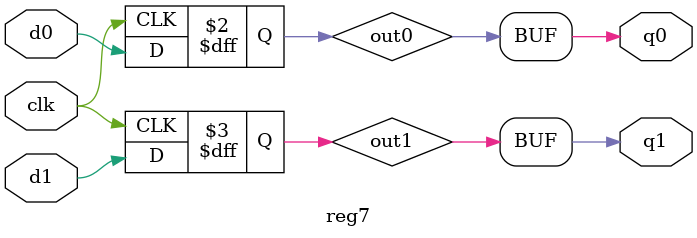
<source format=v>
`timescale 1ns / 1ps
module reg7(
    input d0,
    input d1,
    output q0,
    output q1,
    input clk
    );

reg out0, out1;

always @(posedge clk)
begin
	out0 <= d0;
	out1 <= d1;
end

assign q0 = out0;
assign q1 = out1;

endmodule

</source>
